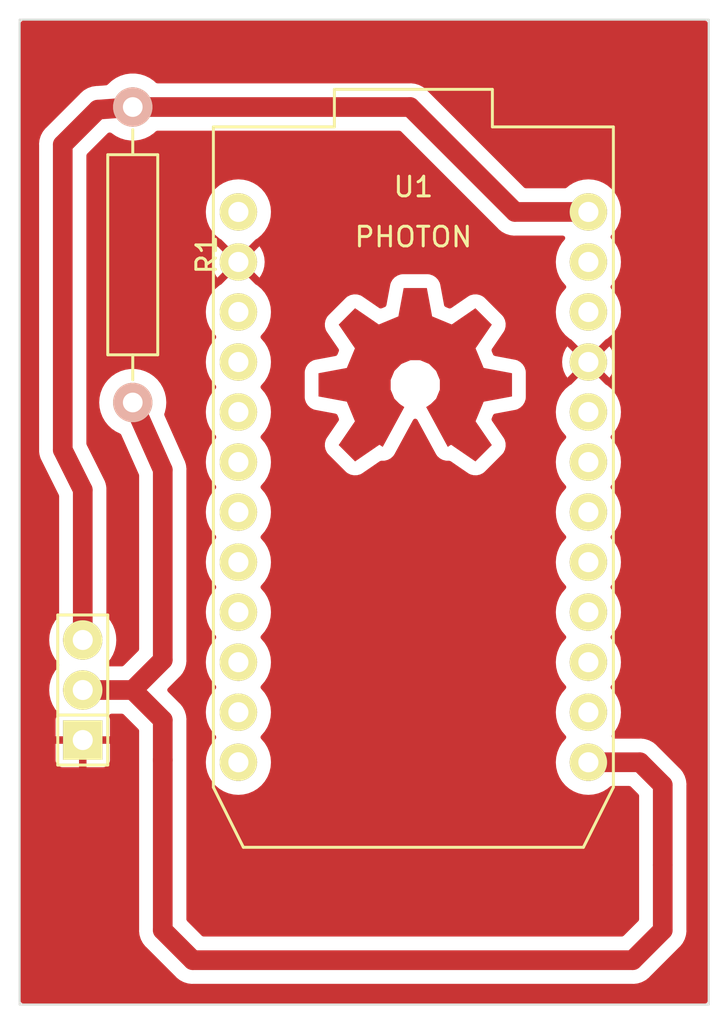
<source format=kicad_pcb>
(kicad_pcb (version 20221018) (generator pcbnew)
  (title_block (title "Photon Sensor Board") (rev "v1.1") (company "Coredump"))
  (layers (0 "F.Cu" signal) (31 "B.Cu" signal) (34 "B.Paste" user) (35 "F.Paste" user) (36 "B.SilkS" user "B.Silkscreen") (37 "F.SilkS" user "F.Silkscreen") (38 "B.Mask" user) (39 "F.Mask" user) (44 "Edge.Cuts" user))
  (net 0 "")
  (net 1 "GND")
  (net 2 "Net-(R1-Pad1)")
  (net 3 "Net-(R1-Pad2)")
  (net 4 "Net-(U1-Pad1)")
  (net 5 "Net-(U1-Pad3)")
  (net 6 "Net-(U1-Pad4)")
  (net 7 "Net-(U1-Pad5)")
  (net 8 "Net-(U1-Pad6)")
  (net 9 "Net-(U1-Pad7)")
  (net 10 "Net-(U1-Pad8)")
  (net 11 "Net-(U1-Pad9)")
  (net 12 "Net-(U1-Pad10)")
  (net 13 "Net-(U1-Pad11)")
  (net 14 "Net-(U1-Pad12)")
  (net 15 "Net-(U1-Pad23)")
  (net 16 "Net-(U1-Pad22)")
  (net 17 "Net-(U1-Pad20)")
  (net 18 "Net-(U1-Pad19)")
  (net 19 "Net-(U1-Pad18)")
  (net 20 "Net-(U1-Pad17)")
  (net 21 "Net-(U1-Pad16)")
  (net 22 "Net-(U1-Pad15)")
  (net 23 "Net-(U1-Pad14)")
  (footprint "Resistors_ThroughHole:Resistor_Horizontal_RM15mm" (layer "F.Cu") (at 115.824 81.026 -90)
    (fp_text reference "R1" (at 0 -3.74904 270) (layer "F.SilkS"))
    (fp_text value "4.7kΩ")
    (fp_line (start -6.35 0) (end -5.08 0) (stroke (width 0.15)) (layer "F.SilkS"))
    (fp_line (start -5.08 -1.27) (end -5.08 1.27) (stroke (width 0.15)) (layer "F.SilkS"))
    (fp_line (start -5.08 1.27) (end 5.08 1.27) (stroke (width 0.15)) (layer "F.SilkS"))
    (fp_line (start 5.08 -1.27) (end -5.08 -1.27) (stroke (width 0.15)) (layer "F.SilkS"))
    (fp_line (start 5.08 1.27) (end 5.08 -1.27) (stroke (width 0.15)) (layer "F.SilkS"))
    (fp_line (start 6.35 0) (end 5.08 0) (stroke (width 0.15)) (layer "F.SilkS"))
    (pad "1" thru_hole circle (at -7.5 0 270) (size 1.99898 1.99898) (drill 1.00076) (layers "*.Cu" "*.SilkS" "*.Mask") (net 2 "Net-(R1-Pad1)"))
    (pad "2" thru_hole circle (at 7.5 0 270) (size 1.99898 1.99898) (drill 1.00076) (layers "*.Cu" "*.SilkS" "*.Mask") (net 3 "Net-(R1-Pad2)"))
  )
  (footprint "PIN_ARRAY_3X1" (layer "F.Cu") (at 113.284 103.124 90)
    (fp_text reference "U2" hide)
    (fp_text value "DS18B20" hide)
    (fp_line (start -3.81 -1.27) (end 3.81 -1.27) (stroke (width 0.1524)) (layer "F.SilkS"))
    (fp_line (start -3.81 1.27) (end -3.81 -1.27) (stroke (width 0.1524)) (layer "F.SilkS"))
    (fp_line (start -1.27 -1.27) (end -1.27 1.27) (stroke (width 0.1524)) (layer "F.SilkS"))
    (fp_line (start 3.81 -1.27) (end 3.81 1.27) (stroke (width 0.1524)) (layer "F.SilkS"))
    (fp_line (start 3.81 1.27) (end -3.81 1.27) (stroke (width 0.1524)) (layer "F.SilkS"))
    (pad "1" thru_hole rect (at -2.54 0 90) (size 2 2) (drill 1.016) (layers "*.Cu" "*.Mask" "F.SilkS") (net 1 "GND"))
    (pad "2" thru_hole circle (at 0 0 90) (size 2 2) (drill 1.016) (layers "*.Cu" "*.Mask" "F.SilkS") (net 3 "Net-(R1-Pad2)"))
    (pad "3" thru_hole circle (at 2.54 0 90) (size 2 2) (drill 1.016) (layers "*.Cu" "*.Mask" "F.SilkS") (net 2 "Net-(R1-Pad1)"))
  )
  (footprint "particle:photon" (layer "F.Cu") (at 130.08 94.092)
    (fp_text reference "U1" (at 0 -16.51) (layer "F.SilkS"))
    (fp_text value "PHOTON" (at 0 -13.97) (layer "F.SilkS"))
    (fp_line (start -10.16 -19.558) (end -10.16 13.97) (stroke (width 0.15)) (layer "F.SilkS"))
    (fp_line (start -10.16 13.97) (end -8.636 17.018) (stroke (width 0.15)) (layer "F.SilkS"))
    (fp_line (start -8.636 17.018) (end 8.636 17.018) (stroke (width 0.15)) (layer "F.SilkS"))
    (fp_line (start -4.0132 -21.463) (end -4.0132 -19.558) (stroke (width 0.15)) (layer "F.SilkS"))
    (fp_line (start -4.0132 -21.463) (end 4.0132 -21.463) (stroke (width 0.15)) (layer "F.SilkS"))
    (fp_line (start -4.0132 -19.558) (end -10.16 -19.558) (stroke (width 0.15)) (layer "F.SilkS"))
    (fp_line (start 4.0132 -21.463) (end 4.0132 -19.558) (stroke (width 0.15)) (layer "F.SilkS"))
    (fp_line (start 4.0132 -19.558) (end 10.16 -19.558) (stroke (width 0.15)) (layer "F.SilkS"))
    (fp_line (start 10.16 -19.558) (end 10.16 13.97) (stroke (width 0.15)) (layer "F.SilkS"))
    (fp_line (start 10.16 13.97) (end 8.636 17.018) (stroke (width 0.15)) (layer "F.SilkS"))
    (pad "1" thru_hole circle (at -8.89 -15.24) (size 1.9 1.9) (drill 1.02) (layers "*.Cu" "*.Mask" "F.SilkS") (net 4 "Net-(U1-Pad1)"))
    (pad "2" thru_hole circle (at -8.89 -12.7) (size 1.9 1.9) (drill 1.02) (layers "*.Cu" "*.Mask" "F.SilkS") (net 1 "GND"))
    (pad "3" thru_hole circle (at -8.89 -10.16) (size 1.9 1.9) (drill 1.02) (layers "*.Cu" "*.Mask" "F.SilkS") (net 5 "Net-(U1-Pad3)"))
    (pad "4" thru_hole circle (at -8.89 -7.62) (size 1.9 1.9) (drill 1.02) (layers "*.Cu" "*.Mask" "F.SilkS") (net 6 "Net-(U1-Pad4)"))
    (pad "5" thru_hole circle (at -8.89 -5.08) (size 1.9 1.9) (drill 1.02) (layers "*.Cu" "*.Mask" "F.SilkS") (net 7 "Net-(U1-Pad5)"))
    (pad "6" thru_hole circle (at -8.89 -2.54) (size 1.9 1.9) (drill 1.02) (layers "*.Cu" "*.Mask" "F.SilkS") (net 8 "Net-(U1-Pad6)"))
    (pad "7" thru_hole circle (at -8.89 0) (size 1.9 1.9) (drill 1.02) (layers "*.Cu" "*.Mask" "F.SilkS") (net 9 "Net-(U1-Pad7)"))
    (pad "8" thru_hole circle (at -8.89 2.54) (size 1.9 1.9) (drill 1.02) (layers "*.Cu" "*.Mask" "F.SilkS") (net 10 "Net-(U1-Pad8)"))
    (pad "9" thru_hole circle (at -8.89 5.08) (size 1.9 1.9) (drill 1.02) (layers "*.Cu" "*.Mask" "F.SilkS") (net 11 "Net-(U1-Pad9)"))
    (pad "10" thru_hole circle (at -8.89 7.62) (size 1.9 1.9) (drill 1.02) (layers "*.Cu" "*.Mask" "F.SilkS") (net 12 "Net-(U1-Pad10)"))
    (pad "11" thru_hole circle (at -8.89 10.16) (size 1.9 1.9) (drill 1.02) (layers "*.Cu" "*.Mask" "F.SilkS") (net 13 "Net-(U1-Pad11)"))
    (pad "12" thru_hole circle (at -8.89 12.7) (size 1.9 1.9) (drill 1.02) (layers "*.Cu" "*.Mask" "F.SilkS") (net 14 "Net-(U1-Pad12)"))
    (pad "13" thru_hole circle (at 8.89 12.7) (size 1.9 1.9) (drill 1.02) (layers "*.Cu" "*.Mask" "F.SilkS") (net 3 "Net-(R1-Pad2)"))
    (pad "14" thru_hole circle (at 8.89 10.16) (size 1.9 1.9) (drill 1.02) (layers "*.Cu" "*.Mask" "F.SilkS") (net 23 "Net-(U1-Pad14)"))
    (pad "15" thru_hole circle (at 8.89 7.62) (size 1.9 1.9) (drill 1.02) (layers "*.Cu" "*.Mask" "F.SilkS") (net 22 "Net-(U1-Pad15)"))
    (pad "16" thru_hole circle (at 8.89 5.08) (size 1.9 1.9) (drill 1.02) (layers "*.Cu" "*.Mask" "F.SilkS") (net 21 "Net-(U1-Pad16)"))
    (pad "17" thru_hole circle (at 8.89 2.54) (size 1.9 1.9) (drill 1.02) (layers "*.Cu" "*.Mask" "F.SilkS") (net 20 "Net-(U1-Pad17)"))
    (pad "18" thru_hole circle (at 8.89 0) (size 1.9 1.9) (drill 1.02) (layers "*.Cu" "*.Mask" "F.SilkS") (net 19 "Net-(U1-Pad18)"))
    (pad "19" thru_hole circle (at 8.89 -2.54) (size 1.9 1.9) (drill 1.02) (layers "*.Cu" "*.Mask" "F.SilkS") (net 18 "Net-(U1-Pad19)"))
    (pad "20" thru_hole circle (at 8.89 -5.08) (size 1.9 1.9) (drill 1.02) (layers "*.Cu" "*.Mask" "F.SilkS") (net 17 "Net-(U1-Pad20)"))
    (pad "21" thru_hole circle (at 8.89 -7.62) (size 1.9 1.9) (drill 1.02) (layers "*.Cu" "*.Mask" "F.SilkS") (net 1 "GND"))
    (pad "22" thru_hole circle (at 8.89 -10.16) (size 1.9 1.9) (drill 1.02) (layers "*.Cu" "*.Mask" "F.SilkS") (net 16 "Net-(U1-Pad22)"))
    (pad "23" thru_hole circle (at 8.89 -12.7) (size 1.9 1.9) (drill 1.02) (layers "*.Cu" "*.Mask" "F.SilkS") (net 15 "Net-(U1-Pad23)"))
    (pad "24" thru_hole circle (at 8.89 -15.24) (size 1.9 1.9) (drill 1.02) (layers "*.Cu" "*.Mask" "F.SilkS") (net 2 "Net-(R1-Pad1)"))
  )
  (footprint "oshw:oshw-copper-10" (layer "F.Cu") (at 130.175 87.63)
    (fp_text reference "OSHW_LOGO" hide)
    (fp_text value "" hide)
    (pad "" smd trapezoid (at -4.1656 0 270) (size 1.45796 1.4986) (rect_delta 0 -0.2794) (layers "F.Cu" "F.Paste" "F.Mask"))
    (pad "" smd trapezoid (at -2.94386 -2.94386 225) (size 1.45796 1.4986) (rect_delta 0 -0.2794) (layers "F.Cu" "F.Paste" "F.Mask"))
    (pad "" smd trapezoid (at -2.94386 2.94386 315) (size 1.45796 1.4986) (rect_delta 0 -0.2794) (layers "F.Cu" "F.Paste" "F.Mask"))
    (pad "" smd trapezoid (at -2.39522 0 270) (size 1.08204 2.29108) (rect_delta 0 0.41402) (layers "F.Cu" "F.Paste" "F.Mask"))
    (pad "" smd trapezoid (at -2.21234 -0.9144 247.5) (size 1.08204 2.29108) (rect_delta 0 0.41402) (layers "F.Cu" "F.Paste" "F.Mask"))
    (pad "" smd trapezoid (at -2.21234 0.9144 292.5) (size 1.08204 2.29108) (rect_delta 0 0.41402) (layers "F.Cu" "F.Paste" "F.Mask"))
    (pad "" smd trapezoid (at -1.69164 -1.69164 225) (size 1.08204 2.29108) (rect_delta 0 0.41402) (layers "F.Cu" "F.Paste" "F.Mask"))
    (pad "" smd trapezoid (at -1.69164 1.69164 315) (size 1.08204 2.29108) (rect_delta 0 0.41402) (layers "F.Cu" "F.Paste" "F.Mask"))
    (pad "" smd trapezoid (at -1.32842 1.99136 326.3) (size 0.54102 2.29108) (rect_delta 0 0.20828) (layers "F.Cu" "F.Paste" "F.Mask"))
    (pad "" smd trapezoid (at -0.9144 -2.21234 202.5) (size 1.08204 2.29108) (rect_delta 0 0.41402) (layers "F.Cu" "F.Paste" "F.Mask"))
    (pad "" smd trapezoid (at 0 -4.1656 180) (size 1.45796 1.4986) (rect_delta 0 -0.2794) (layers "F.Cu" "F.Paste" "F.Mask"))
    (pad "" smd trapezoid (at 0 -2.39522 180) (size 1.08204 2.29108) (rect_delta 0 0.41402) (layers "F.Cu" "F.Paste" "F.Mask"))
    (pad "" smd trapezoid (at 0.9144 -2.21234 157.5) (size 1.08204 2.29108) (rect_delta 0 0.41402) (layers "F.Cu" "F.Paste" "F.Mask"))
    (pad "" smd trapezoid (at 1.32842 1.99136 33.7) (size 0.54102 2.29108) (rect_delta 0 0.20828) (layers "F.Cu" "F.Paste" "F.Mask"))
    (pad "" smd trapezoid (at 1.69164 -1.69164 135) (size 1.08204 2.29108) (rect_delta 0 0.41402) (layers "F.Cu" "F.Paste" "F.Mask"))
    (pad "" smd trapezoid (at 1.69164 1.69164 45) (size 1.08204 2.29108) (rect_delta 0 0.41402) (layers "F.Cu" "F.Paste" "F.Mask"))
    (pad "" smd trapezoid (at 2.21234 -0.9144 112.5) (size 1.08204 2.29108) (rect_delta 0 0.41402) (layers "F.Cu" "F.Paste" "F.Mask"))
    (pad "" smd trapezoid (at 2.21234 0.9144 67.5) (size 1.08204 2.29108) (rect_delta 0 0.41402) (layers "F.Cu" "F.Paste" "F.Mask"))
    (pad "" smd trapezoid (at 2.39522 0 90) (size 1.08204 2.29108) (rect_delta 0 0.41402) (layers "F.Cu" "F.Paste" "F.Mask"))
    (pad "" smd trapezoid (at 2.94386 -2.94386 135) (size 1.45796 1.4986) (rect_delta 0 -0.2794) (layers "F.Cu" "F.Paste" "F.Mask"))
    (pad "" smd trapezoid (at 2.94386 2.94386 45) (size 1.45796 1.4986) (rect_delta 0 -0.2794) (layers "F.Cu" "F.Paste" "F.Mask"))
    (pad "" smd trapezoid (at 4.1656 0 90) (size 1.45796 1.4986) (rect_delta 0 -0.2794) (layers "F.Cu" "F.Paste" "F.Mask"))
  )
  (gr_line (start 110.08 69.092) (end 145.08 69.092) (stroke (width 0.1)) (layer "Edge.Cuts"))
  (gr_line (start 145.08 69.092) (end 145.08 119.092) (stroke (width 0.1)) (layer "Edge.Cuts"))
  (gr_line (start 145.08 119.092) (end 110.08 119.092) (stroke (width 0.1)) (layer "Edge.Cuts"))
  (gr_line (start 110.08 119.092) (end 110.08 69.092) (stroke (width 0.1)) (layer "Edge.Cuts"))
  (segment (start 113.284 92.964) (end 112.268 90.932) (width 1) (layer "F.Cu") (net 2))
  (segment (start 112.268 75.438) (end 114.046 73.66) (width 1) (layer "F.Cu") (net 2))
  (segment (start 129.914 73.526) (end 115.824 73.526) (width 1) (layer "F.Cu") (net 2))
  (segment (start 112.268 90.932) (end 112.268 75.438) (width 1) (layer "F.Cu") (net 2))
  (segment (start 138.97 78.852) (end 135.24 78.852) (width 1) (layer "F.Cu") (net 2))
  (segment (start 135.24 78.852) (end 129.914 73.526) (width 1) (layer "F.Cu") (net 2))
  (segment (start 115.824 73.526) (end 114.046 73.66) (width 1) (layer "F.Cu") (net 2))
  (segment (start 113.284 100.584) (end 113.284 92.964) (width 1) (layer "F.Cu") (net 2))
  (segment (start 115.824 103.124) (end 113.284 103.124) (width 1) (layer "F.Cu") (net 3))
  (segment (start 117.348 101.6) (end 117.348 91.948) (width 1) (layer "F.Cu") (net 3))
  (segment (start 117.348 91.948) (end 115.824 88.526) (width 1) (layer "F.Cu") (net 3))
  (segment (start 117.348 104.648) (end 117.348 106.68) (width 1) (layer "F.Cu") (net 3))
  (segment (start 117.348 106.68) (end 117.348 115.316) (width 1) (layer "F.Cu") (net 3))
  (segment (start 117.348 115.316) (end 118.872 116.84) (width 1) (layer "F.Cu") (net 3))
  (segment (start 118.872 116.84) (end 141.224 116.84) (width 1) (layer "F.Cu") (net 3))
  (segment (start 141.224 116.84) (end 142.748 115.316) (width 1) (layer "F.Cu") (net 3))
  (segment (start 142.748 115.316) (end 142.748 112.014) (width 1) (layer "F.Cu") (net 3))
  (segment (start 141.59 106.792) (end 142.748 107.95) (width 1) (layer "F.Cu") (net 3))
  (segment (start 142.748 107.95) (end 142.748 112.014) (width 1) (layer "F.Cu") (net 3))
  (segment (start 138.97 106.792) (end 141.59 106.792) (width 1) (layer "F.Cu") (net 3))
  (segment (start 115.824 103.124) (end 117.348 101.6) (width 1) (layer "F.Cu") (net 3))
  (segment (start 117.348 104.648) (end 115.824 103.124) (width 1) (layer "F.Cu") (net 3))
  (segment (start 139.13 104.092) (end 138.97 104.252) (width 0.254) (layer "F.Cu") (net 23))
  (zone (net 1) (net_name "GND") (layer "F.Cu") (connect_pads (clearance 0.381)) (min_thickness 0.254) (fill yes (thermal_gap 0.381) (thermal_bridge_width 0.381))
    (polygon (pts (xy 109.08 68.092) (xy 146.08 68.092) (xy 146.08 120.092) (xy 109.08 120.092)))
  )
)
</source>
